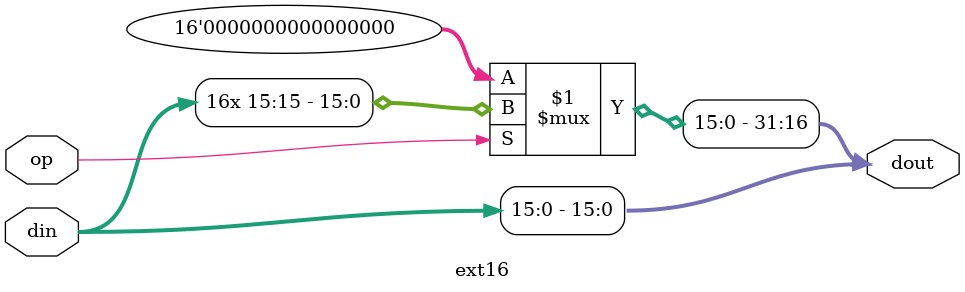
<source format=v>
`timescale 1ns / 1ps
module ext16(
    input op,
    input [15:0]din,
    output [31:0]dout
    );
assign dout[15:0]=din[15:0];
assign dout[31:16]=op?{din[15],din[15],din[15],din[15],din[15],din[15],din[15],din[15],din[15],din[15],din[15],din[15],din[15],din[15],din[15],din[15]}:16'b0;

endmodule

</source>
